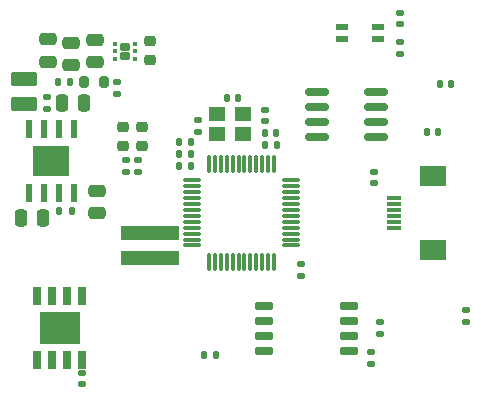
<source format=gbr>
%TF.GenerationSoftware,KiCad,Pcbnew,8.0.4*%
%TF.CreationDate,2024-12-20T14:54:41+02:00*%
%TF.ProjectId,Little Boy - External,4c697474-6c65-4204-926f-79202d204578,rev?*%
%TF.SameCoordinates,Original*%
%TF.FileFunction,Paste,Top*%
%TF.FilePolarity,Positive*%
%FSLAX46Y46*%
G04 Gerber Fmt 4.6, Leading zero omitted, Abs format (unit mm)*
G04 Created by KiCad (PCBNEW 8.0.4) date 2024-12-20 14:54:41*
%MOMM*%
%LPD*%
G01*
G04 APERTURE LIST*
G04 Aperture macros list*
%AMRoundRect*
0 Rectangle with rounded corners*
0 $1 Rounding radius*
0 $2 $3 $4 $5 $6 $7 $8 $9 X,Y pos of 4 corners*
0 Add a 4 corners polygon primitive as box body*
4,1,4,$2,$3,$4,$5,$6,$7,$8,$9,$2,$3,0*
0 Add four circle primitives for the rounded corners*
1,1,$1+$1,$2,$3*
1,1,$1+$1,$4,$5*
1,1,$1+$1,$6,$7*
1,1,$1+$1,$8,$9*
0 Add four rect primitives between the rounded corners*
20,1,$1+$1,$2,$3,$4,$5,0*
20,1,$1+$1,$4,$5,$6,$7,0*
20,1,$1+$1,$6,$7,$8,$9,0*
20,1,$1+$1,$8,$9,$2,$3,0*%
G04 Aperture macros list end*
%ADD10R,3.100000X2.600000*%
%ADD11R,0.600000X1.550000*%
%ADD12RoundRect,0.250000X0.850000X-0.375000X0.850000X0.375000X-0.850000X0.375000X-0.850000X-0.375000X0*%
%ADD13RoundRect,0.135000X0.135000X0.185000X-0.135000X0.185000X-0.135000X-0.185000X0.135000X-0.185000X0*%
%ADD14RoundRect,0.140000X-0.140000X-0.170000X0.140000X-0.170000X0.140000X0.170000X-0.140000X0.170000X0*%
%ADD15RoundRect,0.218750X-0.256250X0.218750X-0.256250X-0.218750X0.256250X-0.218750X0.256250X0.218750X0*%
%ADD16RoundRect,0.135000X0.185000X-0.135000X0.185000X0.135000X-0.185000X0.135000X-0.185000X-0.135000X0*%
%ADD17RoundRect,0.140000X0.140000X0.170000X-0.140000X0.170000X-0.140000X-0.170000X0.140000X-0.170000X0*%
%ADD18RoundRect,0.150000X0.650000X0.150000X-0.650000X0.150000X-0.650000X-0.150000X0.650000X-0.150000X0*%
%ADD19RoundRect,0.250000X0.475000X-0.250000X0.475000X0.250000X-0.475000X0.250000X-0.475000X-0.250000X0*%
%ADD20R,1.400000X1.200000*%
%ADD21RoundRect,0.135000X-0.135000X-0.185000X0.135000X-0.185000X0.135000X0.185000X-0.135000X0.185000X0*%
%ADD22RoundRect,0.250000X0.250000X0.475000X-0.250000X0.475000X-0.250000X-0.475000X0.250000X-0.475000X0*%
%ADD23RoundRect,0.140000X-0.170000X0.140000X-0.170000X-0.140000X0.170000X-0.140000X0.170000X0.140000X0*%
%ADD24RoundRect,0.250000X-0.475000X0.250000X-0.475000X-0.250000X0.475000X-0.250000X0.475000X0.250000X0*%
%ADD25RoundRect,0.172500X0.262500X0.172500X-0.262500X0.172500X-0.262500X-0.172500X0.262500X-0.172500X0*%
%ADD26RoundRect,0.093750X0.093750X0.106250X-0.093750X0.106250X-0.093750X-0.106250X0.093750X-0.106250X0*%
%ADD27RoundRect,0.150000X-0.825000X-0.150000X0.825000X-0.150000X0.825000X0.150000X-0.825000X0.150000X0*%
%ADD28R,0.650000X1.525000*%
%ADD29R,3.400000X2.710000*%
%ADD30RoundRect,0.140000X0.170000X-0.140000X0.170000X0.140000X-0.170000X0.140000X-0.170000X-0.140000X0*%
%ADD31R,5.000000X1.300000*%
%ADD32RoundRect,0.225000X0.250000X-0.225000X0.250000X0.225000X-0.250000X0.225000X-0.250000X-0.225000X0*%
%ADD33RoundRect,0.147500X-0.172500X0.147500X-0.172500X-0.147500X0.172500X-0.147500X0.172500X0.147500X0*%
%ADD34R,1.300000X0.300000*%
%ADD35R,2.200000X1.800000*%
%ADD36RoundRect,0.075000X-0.075000X0.662500X-0.075000X-0.662500X0.075000X-0.662500X0.075000X0.662500X0*%
%ADD37RoundRect,0.075000X-0.662500X0.075000X-0.662500X-0.075000X0.662500X-0.075000X0.662500X0.075000X0*%
%ADD38RoundRect,0.250000X-0.250000X-0.475000X0.250000X-0.475000X0.250000X0.475000X-0.250000X0.475000X0*%
%ADD39RoundRect,0.200000X0.200000X0.275000X-0.200000X0.275000X-0.200000X-0.275000X0.200000X-0.275000X0*%
%ADD40R,1.050000X0.600000*%
G04 APERTURE END LIST*
D10*
%TO.C,U2*%
X126900000Y-58600000D03*
D11*
X124994999Y-61300001D03*
X126265000Y-61300000D03*
X127535000Y-61300000D03*
X128805000Y-61299999D03*
X128805001Y-55899999D03*
X127535000Y-55900000D03*
X126265000Y-55900000D03*
X124995000Y-55900001D03*
%TD*%
D12*
%TO.C,L2*%
X124624999Y-53775000D03*
X124625001Y-51625000D03*
%TD*%
D13*
%TO.C,R5*%
X128510001Y-51950000D03*
X127490001Y-51949998D03*
%TD*%
D14*
%TO.C,C2*%
X145000000Y-56250000D03*
X145960000Y-56250000D03*
%TD*%
D15*
%TO.C,D1*%
X134549999Y-55712498D03*
X134550001Y-57287502D03*
%TD*%
D16*
%TO.C,R7*%
X132499999Y-52950000D03*
X132500001Y-51930000D03*
%TD*%
D17*
%TO.C,C6*%
X138709999Y-58029998D03*
X137749999Y-58029998D03*
%TD*%
%TO.C,C13*%
X140819411Y-75000000D03*
X139859411Y-75000000D03*
%TD*%
D18*
%TO.C,U6*%
X152099998Y-74655000D03*
X152100000Y-73385000D03*
X152100000Y-72115000D03*
X152100001Y-70845001D03*
X144900002Y-70845000D03*
X144900000Y-72115000D03*
X144900000Y-73385000D03*
X144899999Y-74654999D03*
%TD*%
D19*
%TO.C,C21*%
X130637497Y-50259178D03*
X130637497Y-48359178D03*
%TD*%
D20*
%TO.C,Y1*%
X140900000Y-56350000D03*
X143100001Y-56349999D03*
X143100000Y-54650000D03*
X140899999Y-54650001D03*
%TD*%
D21*
%TO.C,R12*%
X127590000Y-62850000D03*
X128610000Y-62850000D03*
%TD*%
D22*
%TO.C,C15*%
X126200000Y-63449999D03*
X124300000Y-63449999D03*
%TD*%
D23*
%TO.C,C25*%
X154750000Y-72270000D03*
X154750000Y-73230000D03*
%TD*%
D17*
%TO.C,C7*%
X138709997Y-57029997D03*
X137749997Y-57029997D03*
%TD*%
D24*
%TO.C,C20*%
X126600000Y-48300000D03*
X126600000Y-50200000D03*
%TD*%
D25*
%TO.C,U4*%
X133137502Y-49709176D03*
X133137500Y-48909178D03*
D26*
X134025001Y-49959177D03*
X134025001Y-49309177D03*
X134025001Y-48659177D03*
X132250001Y-48659177D03*
X132250001Y-49309177D03*
X132250001Y-49959177D03*
%TD*%
D27*
%TO.C,U3*%
X149425001Y-52744999D03*
X149425000Y-54015000D03*
X149425000Y-55285000D03*
X149425002Y-56555002D03*
X154374999Y-56555001D03*
X154375000Y-55285000D03*
X154375000Y-54015000D03*
X154374998Y-52744998D03*
%TD*%
D24*
%TO.C,C19*%
X128600000Y-48600000D03*
X128600000Y-50500000D03*
%TD*%
D28*
%TO.C,U7*%
X125690002Y-75424002D03*
X126960001Y-75424001D03*
X128230001Y-75424001D03*
X129500003Y-75424002D03*
X129500000Y-70000000D03*
X128230001Y-70000001D03*
X126960001Y-70000001D03*
X125689999Y-70000000D03*
D29*
X127595001Y-72712001D03*
%TD*%
D16*
%TO.C,R11*%
X153999999Y-75760000D03*
X154000001Y-74740000D03*
%TD*%
D15*
%TO.C,D2*%
X132949999Y-55712495D03*
X132950001Y-57287499D03*
%TD*%
D30*
%TO.C,C27*%
X156400000Y-49508237D03*
X156400000Y-48548237D03*
%TD*%
D17*
%TO.C,C5*%
X138710000Y-59000000D03*
X137750000Y-59000000D03*
%TD*%
D30*
%TO.C,C9*%
X154250000Y-60480000D03*
X154250000Y-59520000D03*
%TD*%
D31*
%TO.C,R4*%
X135250000Y-64725001D03*
X135250002Y-66774999D03*
%TD*%
D16*
%TO.C,R2*%
X134249999Y-59509998D03*
X134250001Y-58489998D03*
%TD*%
D32*
%TO.C,C22*%
X135250000Y-50025000D03*
X135250000Y-48475000D03*
%TD*%
D14*
%TO.C,C4*%
X145020000Y-57250000D03*
X145980000Y-57250000D03*
%TD*%
D30*
%TO.C,C26*%
X156400003Y-47028237D03*
X156400003Y-46068237D03*
%TD*%
%TO.C,C12*%
X129500000Y-77500000D03*
X129500000Y-76540000D03*
%TD*%
D14*
%TO.C,C17*%
X158720448Y-56157502D03*
X159680448Y-56157502D03*
%TD*%
D33*
%TO.C,L1*%
X145000000Y-54250000D03*
X145000000Y-55219996D03*
%TD*%
D14*
%TO.C,R8*%
X159790449Y-52080002D03*
X160750449Y-52080002D03*
%TD*%
D30*
%TO.C,C10*%
X162004999Y-72210000D03*
X162004999Y-71250000D03*
%TD*%
D34*
%TO.C,J5*%
X155950000Y-64250000D03*
X155950001Y-63750000D03*
X155949998Y-63249999D03*
X155950000Y-62750001D03*
X155949999Y-62249999D03*
X155950000Y-61750000D03*
D35*
X159200000Y-66150000D03*
X159200002Y-59849999D03*
%TD*%
D30*
%TO.C,C18*%
X126500000Y-54180001D03*
X126500000Y-53220001D03*
%TD*%
D16*
%TO.C,R1*%
X148049999Y-68310000D03*
X148050001Y-67290000D03*
%TD*%
D36*
%TO.C,U1*%
X145749999Y-58837499D03*
X145249999Y-58837500D03*
X144749997Y-58837498D03*
X144250002Y-58837501D03*
X143750000Y-58837500D03*
X143249999Y-58837498D03*
X142750000Y-58837500D03*
X142250000Y-58837500D03*
X141750000Y-58837502D03*
X141250000Y-58837501D03*
X140750000Y-58837502D03*
X140250001Y-58837499D03*
D37*
X138837499Y-60250001D03*
X138837500Y-60750001D03*
X138837498Y-61250003D03*
X138837501Y-61749998D03*
X138837500Y-62250000D03*
X138837498Y-62750001D03*
X138837500Y-63250000D03*
X138837500Y-63750000D03*
X138837502Y-64250000D03*
X138837501Y-64750000D03*
X138837502Y-65250000D03*
X138837499Y-65749999D03*
D36*
X140250001Y-67162501D03*
X140750001Y-67162500D03*
X141250003Y-67162502D03*
X141749998Y-67162499D03*
X142250000Y-67162500D03*
X142750001Y-67162502D03*
X143250000Y-67162500D03*
X143750000Y-67162500D03*
X144250000Y-67162498D03*
X144750000Y-67162499D03*
X145250000Y-67162498D03*
X145749999Y-67162501D03*
D37*
X147162501Y-65749999D03*
X147162500Y-65249999D03*
X147162502Y-64749997D03*
X147162499Y-64250002D03*
X147162500Y-63750000D03*
X147162502Y-63249999D03*
X147162500Y-62750000D03*
X147162500Y-62250000D03*
X147162498Y-61750000D03*
X147162499Y-61250000D03*
X147162498Y-60750000D03*
X147162501Y-60250001D03*
%TD*%
D16*
%TO.C,R3*%
X133249999Y-59509998D03*
X133250001Y-58489998D03*
%TD*%
D19*
%TO.C,C14*%
X130750000Y-63000000D03*
X130750000Y-61100000D03*
%TD*%
D38*
%TO.C,C16*%
X127800000Y-53700000D03*
X129700000Y-53700000D03*
%TD*%
D17*
%TO.C,C1*%
X142710000Y-53250000D03*
X141750000Y-53250000D03*
%TD*%
D39*
%TO.C,R6*%
X131325000Y-51950000D03*
X129675000Y-51950000D03*
%TD*%
D40*
%TO.C,FL1*%
X151475000Y-47250000D03*
X151475000Y-48250000D03*
X154525000Y-48250000D03*
X154525000Y-47250000D03*
%TD*%
D30*
%TO.C,C3*%
X139350000Y-56130000D03*
X139350000Y-55170000D03*
%TD*%
M02*

</source>
